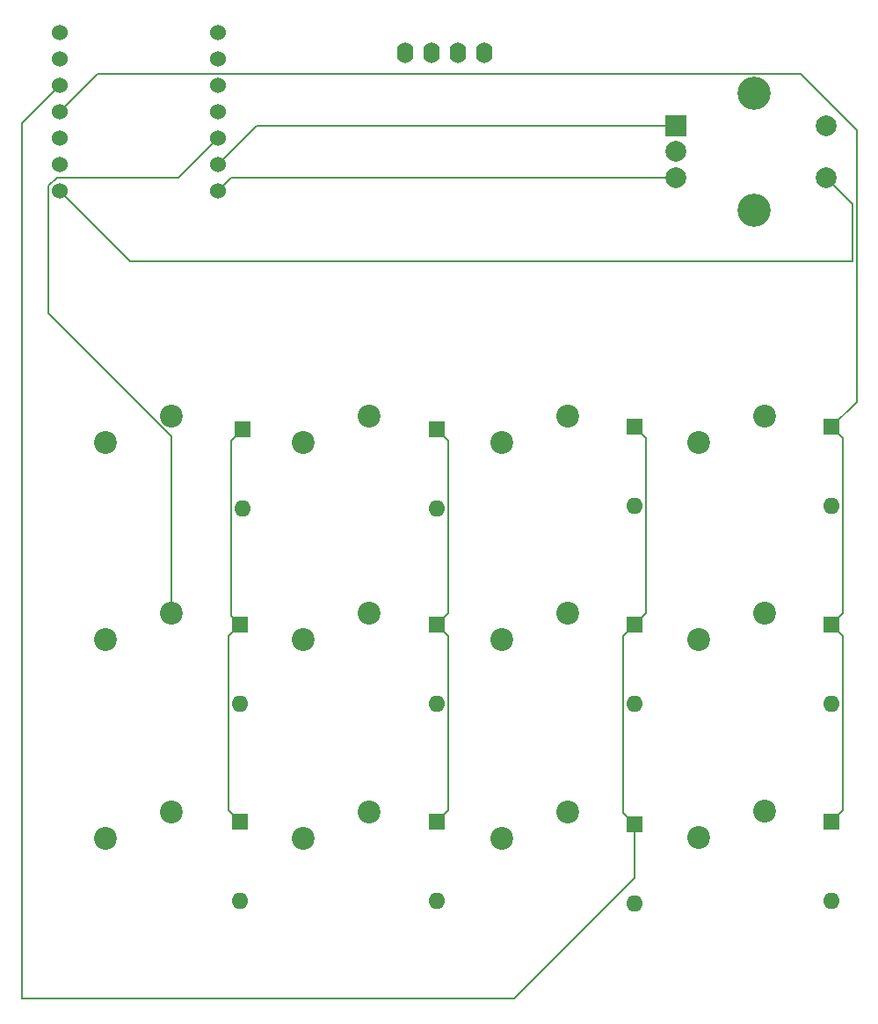
<source format=gbr>
%TF.GenerationSoftware,KiCad,Pcbnew,8.0.8*%
%TF.CreationDate,2025-02-20T19:12:18+01:00*%
%TF.ProjectId,lakypad,6c616b79-7061-4642-9e6b-696361645f70,rev?*%
%TF.SameCoordinates,Original*%
%TF.FileFunction,Copper,L2,Bot*%
%TF.FilePolarity,Positive*%
%FSLAX46Y46*%
G04 Gerber Fmt 4.6, Leading zero omitted, Abs format (unit mm)*
G04 Created by KiCad (PCBNEW 8.0.8) date 2025-02-20 19:12:18*
%MOMM*%
%LPD*%
G01*
G04 APERTURE LIST*
%TA.AperFunction,ComponentPad*%
%ADD10R,2.000000X2.000000*%
%TD*%
%TA.AperFunction,ComponentPad*%
%ADD11C,2.000000*%
%TD*%
%TA.AperFunction,ComponentPad*%
%ADD12C,3.200000*%
%TD*%
%TA.AperFunction,ComponentPad*%
%ADD13C,2.200000*%
%TD*%
%TA.AperFunction,ComponentPad*%
%ADD14R,1.600000X1.600000*%
%TD*%
%TA.AperFunction,ComponentPad*%
%ADD15O,1.600000X1.600000*%
%TD*%
%TA.AperFunction,ComponentPad*%
%ADD16O,1.600000X2.000000*%
%TD*%
%TA.AperFunction,ComponentPad*%
%ADD17C,1.524000*%
%TD*%
%TA.AperFunction,Conductor*%
%ADD18C,0.200000*%
%TD*%
G04 APERTURE END LIST*
D10*
%TO.P,SW13,A,A*%
%TO.N,Net-(U1-GPIO2{slash}SCK)*%
X167000000Y-32000000D03*
D11*
%TO.P,SW13,B,B*%
%TO.N,Net-(U1-GPIO1{slash}RX)*%
X167000000Y-37000000D03*
%TO.P,SW13,C,C*%
%TO.N,GND*%
X167000000Y-34500000D03*
D12*
%TO.P,SW13,MP*%
%TO.N,N/C*%
X174500000Y-28900000D03*
X174500000Y-40100000D03*
D11*
%TO.P,SW13,S1,S1*%
%TO.N,/Col 3*%
X181500000Y-37000000D03*
%TO.P,SW13,S2,S2*%
%TO.N,GND*%
X181500000Y-32000000D03*
%TD*%
D13*
%TO.P,SW12,1,1*%
%TO.N,/Col 3*%
X156540000Y-98020000D03*
%TO.P,SW12,2,2*%
%TO.N,Net-(D12-A)*%
X150190000Y-100560000D03*
%TD*%
%TO.P,SW11,1,1*%
%TO.N,/Col 3*%
X175540000Y-97920000D03*
%TO.P,SW11,2,2*%
%TO.N,Net-(D11-A)*%
X169190000Y-100460000D03*
%TD*%
%TO.P,SW10,1,1*%
%TO.N,Net-(U1-GPIO4{slash}MISO)*%
X156540000Y-78920000D03*
%TO.P,SW10,2,2*%
%TO.N,Net-(D10-A)*%
X150190000Y-81460000D03*
%TD*%
%TO.P,SW9,1,1*%
%TO.N,Net-(U1-GPIO4{slash}MISO)*%
X175540000Y-78920000D03*
%TO.P,SW9,2,2*%
%TO.N,Net-(D9-A)*%
X169190000Y-81460000D03*
%TD*%
%TO.P,SW8,1,1*%
%TO.N,/Col 1*%
X156540000Y-59920000D03*
%TO.P,SW8,2,2*%
%TO.N,Net-(D8-A)*%
X150190000Y-62460000D03*
%TD*%
%TO.P,SW7,1,1*%
%TO.N,/Col 1*%
X175540000Y-59920000D03*
%TO.P,SW7,2,2*%
%TO.N,Net-(D7-A)*%
X169190000Y-62460000D03*
%TD*%
%TO.P,SW6,1,1*%
%TO.N,/Col 3*%
X137460000Y-98020000D03*
%TO.P,SW6,2,2*%
%TO.N,Net-(D6-A)*%
X131110000Y-100560000D03*
%TD*%
%TO.P,SW5,1,1*%
%TO.N,Net-(U1-GPIO4{slash}MISO)*%
X137460000Y-78920000D03*
%TO.P,SW5,2,2*%
%TO.N,Net-(D5-A)*%
X131110000Y-81460000D03*
%TD*%
%TO.P,SW4,1,1*%
%TO.N,/Col 1*%
X137440000Y-59920000D03*
%TO.P,SW4,2,2*%
%TO.N,Net-(D4-A)*%
X131090000Y-62460000D03*
%TD*%
%TO.P,SW3,1,1*%
%TO.N,/Col 3*%
X118390000Y-98020000D03*
%TO.P,SW3,2,2*%
%TO.N,Net-(D3-A)*%
X112040000Y-100560000D03*
%TD*%
%TO.P,SW2,1,1*%
%TO.N,Net-(U1-GPIO4{slash}MISO)*%
X118390000Y-78920000D03*
%TO.P,SW2,2,2*%
%TO.N,Net-(D2-A)*%
X112040000Y-81460000D03*
%TD*%
%TO.P,SW1,1,1*%
%TO.N,/Col 1*%
X118410000Y-59920000D03*
%TO.P,SW1,2,2*%
%TO.N,Net-(D1-A)*%
X112060000Y-62460000D03*
%TD*%
D14*
%TO.P,D7,1,K*%
%TO.N,Net-(D11-K)*%
X182000000Y-61000000D03*
D15*
%TO.P,D7,2,A*%
%TO.N,Net-(D7-A)*%
X182000000Y-68620000D03*
%TD*%
D14*
%TO.P,D11,1,K*%
%TO.N,Net-(D11-K)*%
X182000000Y-99000000D03*
D15*
%TO.P,D11,2,A*%
%TO.N,Net-(D11-A)*%
X182000000Y-106620000D03*
%TD*%
D14*
%TO.P,D4,1,K*%
%TO.N,/Row 2*%
X144000000Y-61190000D03*
D15*
%TO.P,D4,2,A*%
%TO.N,Net-(D4-A)*%
X144000000Y-68810000D03*
%TD*%
D14*
%TO.P,D8,1,K*%
%TO.N,/Row 3*%
X163000000Y-61000000D03*
D15*
%TO.P,D8,2,A*%
%TO.N,Net-(D8-A)*%
X163000000Y-68620000D03*
%TD*%
D14*
%TO.P,D5,1,K*%
%TO.N,/Row 2*%
X144000000Y-80000000D03*
D15*
%TO.P,D5,2,A*%
%TO.N,Net-(D5-A)*%
X144000000Y-87620000D03*
%TD*%
D14*
%TO.P,D6,1,K*%
%TO.N,/Row 2*%
X144000000Y-99000000D03*
D15*
%TO.P,D6,2,A*%
%TO.N,Net-(D6-A)*%
X144000000Y-106620000D03*
%TD*%
D14*
%TO.P,D1,1,K*%
%TO.N,/Row 1*%
X125282500Y-61231250D03*
D15*
%TO.P,D1,2,A*%
%TO.N,Net-(D1-A)*%
X125282500Y-68851250D03*
%TD*%
D14*
%TO.P,D12,1,K*%
%TO.N,/Row 3*%
X163000000Y-99231250D03*
D15*
%TO.P,D12,2,A*%
%TO.N,Net-(D12-A)*%
X163000000Y-106851250D03*
%TD*%
D14*
%TO.P,D3,1,K*%
%TO.N,/Row 1*%
X125000000Y-99000000D03*
D15*
%TO.P,D3,2,A*%
%TO.N,Net-(D3-A)*%
X125000000Y-106620000D03*
%TD*%
D14*
%TO.P,D2,1,K*%
%TO.N,/Row 1*%
X125000000Y-80000000D03*
D15*
%TO.P,D2,2,A*%
%TO.N,Net-(D2-A)*%
X125000000Y-87620000D03*
%TD*%
D14*
%TO.P,D10,1,K*%
%TO.N,/Row 3*%
X163000000Y-80000000D03*
D15*
%TO.P,D10,2,A*%
%TO.N,Net-(D10-A)*%
X163000000Y-87620000D03*
%TD*%
D14*
%TO.P,D9,1,K*%
%TO.N,Net-(D11-K)*%
X182000000Y-80000000D03*
D15*
%TO.P,D9,2,A*%
%TO.N,Net-(D9-A)*%
X182000000Y-87620000D03*
%TD*%
D16*
%TO.P,Brd1,4,SDA*%
%TO.N,Net-(Brd1-SDA)*%
X148540000Y-25000000D03*
%TO.P,Brd1,3,SCL*%
%TO.N,Net-(Brd1-SCL)*%
X146000000Y-25000000D03*
%TO.P,Brd1,2,VCC*%
%TO.N,+3.3V*%
X143460000Y-25000000D03*
%TO.P,Brd1,1,GND*%
%TO.N,GND*%
X140920000Y-25000000D03*
%TD*%
D17*
%TO.P,U1,1,GPIO26/ADC0/A0*%
%TO.N,/Row 1*%
X107635000Y-23000000D03*
%TO.P,U1,2,GPIO27/ADC1/A1*%
%TO.N,/Row 2*%
X107635000Y-25540000D03*
%TO.P,U1,3,GPIO28/ADC2/A2*%
%TO.N,/Row 3*%
X107635000Y-28080000D03*
%TO.P,U1,4,GPIO29/ADC3/A3*%
%TO.N,Net-(D11-K)*%
X107635000Y-30620000D03*
%TO.P,U1,5,GPIO6/SDA*%
%TO.N,Net-(Brd1-SDA)*%
X107635000Y-33160000D03*
%TO.P,U1,6,GPIO7/SCL*%
%TO.N,Net-(Brd1-SCL)*%
X107635000Y-35700000D03*
%TO.P,U1,7,GPIO0/TX*%
%TO.N,/Col 3*%
X107635000Y-38240000D03*
%TO.P,U1,8,GPIO1/RX*%
%TO.N,Net-(U1-GPIO1{slash}RX)*%
X122875000Y-38240000D03*
%TO.P,U1,9,GPIO2/SCK*%
%TO.N,Net-(U1-GPIO2{slash}SCK)*%
X122875000Y-35700000D03*
%TO.P,U1,10,GPIO4/MISO*%
%TO.N,Net-(U1-GPIO4{slash}MISO)*%
X122875000Y-33160000D03*
%TO.P,U1,11,GPIO3/MOSI*%
%TO.N,/Col 1*%
X122875000Y-30620000D03*
%TO.P,U1,12,3V3*%
%TO.N,+3.3V*%
X122875000Y-28080000D03*
%TO.P,U1,13,GND*%
%TO.N,GND*%
X122875000Y-25540000D03*
%TO.P,U1,14,VBUS*%
%TO.N,+5V*%
X122875000Y-23000000D03*
%TD*%
D18*
%TO.N,/Row 1*%
X124182500Y-79182500D02*
X125000000Y-80000000D01*
X125000000Y-80000000D02*
X123900000Y-81100000D01*
X123900000Y-97900000D02*
X125000000Y-99000000D01*
X125282500Y-61231250D02*
X124182500Y-62331250D01*
X124182500Y-62331250D02*
X124182500Y-79182500D01*
X123900000Y-81100000D02*
X123900000Y-97900000D01*
%TO.N,/Row 2*%
X145100000Y-62290000D02*
X145100000Y-78900000D01*
X145100000Y-78900000D02*
X144000000Y-80000000D01*
X144000000Y-80000000D02*
X145100000Y-81100000D01*
X145100000Y-97900000D02*
X144000000Y-99000000D01*
X145100000Y-81100000D02*
X145100000Y-97900000D01*
X144000000Y-61190000D02*
X145100000Y-62290000D01*
%TO.N,Net-(D11-K)*%
X182000000Y-80000000D02*
X183100000Y-81100000D01*
X111255000Y-27000000D02*
X107635000Y-30620000D01*
X179000000Y-27000000D02*
X111255000Y-27000000D01*
X183100000Y-97900000D02*
X182000000Y-99000000D01*
X182000000Y-61000000D02*
X184400000Y-58600000D01*
X183100000Y-81100000D02*
X183100000Y-97900000D01*
X182000000Y-61000000D02*
X183100000Y-62100000D01*
X183100000Y-62100000D02*
X183100000Y-78900000D01*
X183100000Y-78900000D02*
X182000000Y-80000000D01*
X184400000Y-58600000D02*
X184400000Y-32400000D01*
X184400000Y-32400000D02*
X179000000Y-27000000D01*
%TO.N,/Row 3*%
X163000000Y-104400000D02*
X151400000Y-116000000D01*
X164100000Y-78900000D02*
X163000000Y-80000000D01*
X104000000Y-31715000D02*
X107635000Y-28080000D01*
X161900000Y-81100000D02*
X161900000Y-98131250D01*
X164100000Y-62100000D02*
X164100000Y-78900000D01*
X163000000Y-80000000D02*
X161900000Y-81100000D01*
X163000000Y-61000000D02*
X164100000Y-62100000D01*
X163000000Y-99231250D02*
X163000000Y-104400000D01*
X161900000Y-98131250D02*
X163000000Y-99231250D01*
X104000000Y-116000000D02*
X104000000Y-31715000D01*
%TO.N,Net-(U1-GPIO4{slash}MISO)*%
X118390000Y-61879899D02*
X106573000Y-50062899D01*
X106573000Y-37800105D02*
X107373105Y-37000000D01*
X106573000Y-50062899D02*
X106573000Y-37800105D01*
X118390000Y-78920000D02*
X118390000Y-61879899D01*
X107373105Y-37000000D02*
X119035000Y-37000000D01*
X119035000Y-37000000D02*
X122875000Y-33160000D01*
%TO.N,/Col 3*%
X107635000Y-38240000D02*
X114395000Y-45000000D01*
X184000000Y-45000000D02*
X184000000Y-39500000D01*
X184000000Y-39500000D02*
X181500000Y-37000000D01*
X114395000Y-45000000D02*
X184000000Y-45000000D01*
%TO.N,Net-(U1-GPIO1{slash}RX)*%
X124115000Y-37000000D02*
X122875000Y-38240000D01*
X167000000Y-37000000D02*
X124115000Y-37000000D01*
%TO.N,Net-(U1-GPIO2{slash}SCK)*%
X167000000Y-32000000D02*
X126575000Y-32000000D01*
X126575000Y-32000000D02*
X122875000Y-35700000D01*
%TO.N,/Row 3*%
X151400000Y-116000000D02*
X104000000Y-116000000D01*
%TD*%
M02*

</source>
